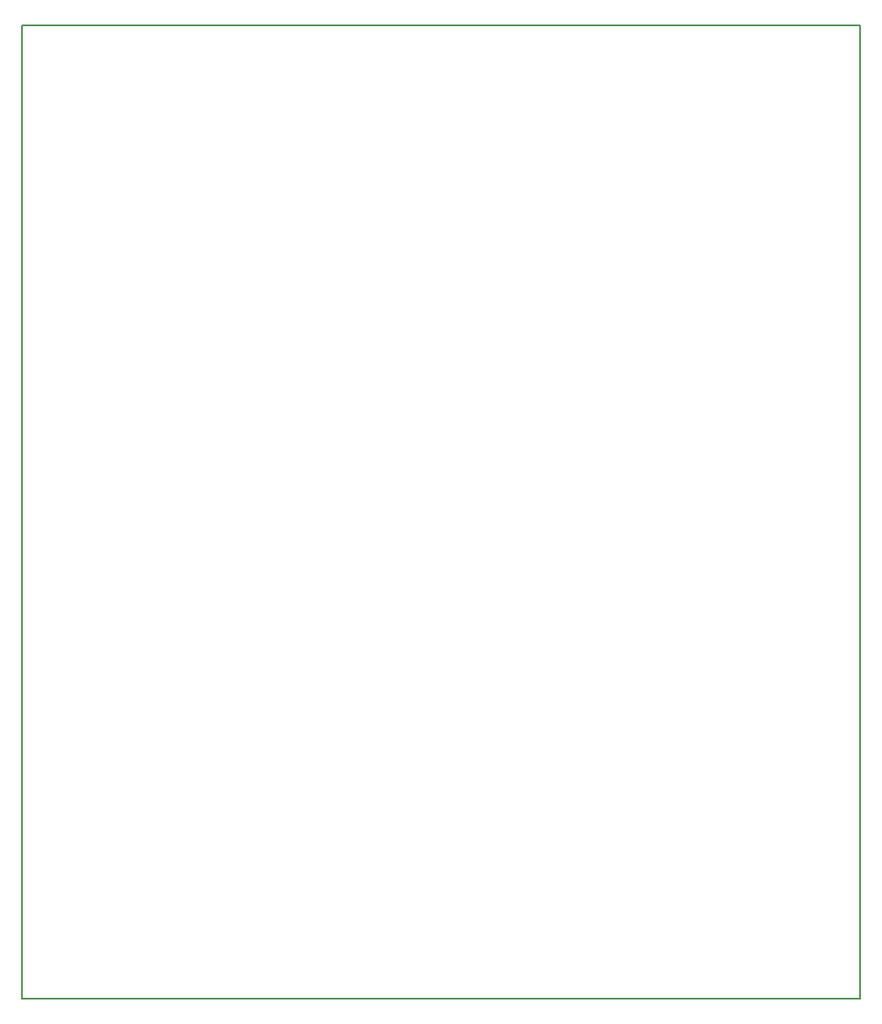
<source format=gm1>
G04 MADE WITH FRITZING*
G04 WWW.FRITZING.ORG*
G04 DOUBLE SIDED*
G04 HOLES PLATED*
G04 CONTOUR ON CENTER OF CONTOUR VECTOR*
%ASAXBY*%
%FSLAX23Y23*%
%MOIN*%
%OFA0B0*%
%SFA1.0B1.0*%
%ADD10R,3.316500X3.847760*%
%ADD11C,0.008000*%
%ADD10C,0.008*%
%LNCONTOUR*%
G90*
G70*
G54D10*
G54D11*
X4Y3844D02*
X3313Y3844D01*
X3313Y4D01*
X4Y4D01*
X4Y3844D01*
D02*
G04 End of contour*
M02*
</source>
